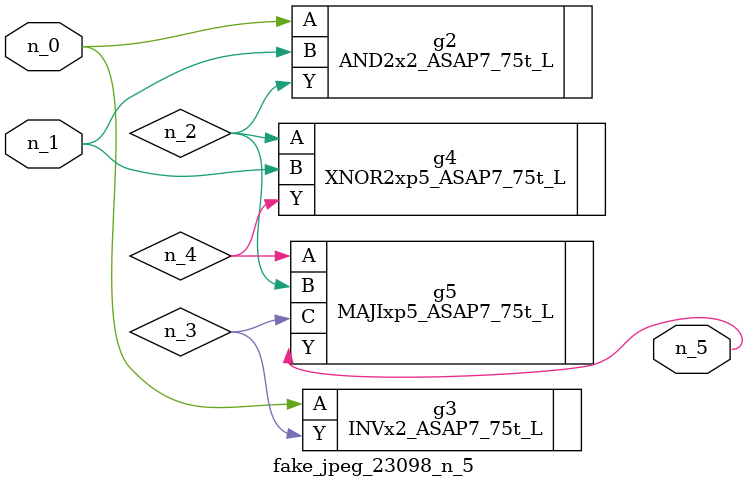
<source format=v>
module fake_jpeg_23098_n_5 (n_0, n_1, n_5);

input n_0;
input n_1;

output n_5;

wire n_3;
wire n_2;
wire n_4;

AND2x2_ASAP7_75t_L g2 ( 
.A(n_0),
.B(n_1),
.Y(n_2)
);

INVx2_ASAP7_75t_L g3 ( 
.A(n_0),
.Y(n_3)
);

XNOR2xp5_ASAP7_75t_L g4 ( 
.A(n_2),
.B(n_1),
.Y(n_4)
);

MAJIxp5_ASAP7_75t_L g5 ( 
.A(n_4),
.B(n_2),
.C(n_3),
.Y(n_5)
);


endmodule
</source>
